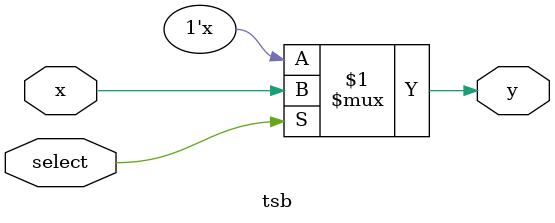
<source format=v>
module tsb(
	input select,
	input x,
	output y
	);
	assign y = select ? x : 1'bz;
endmodule


</source>
